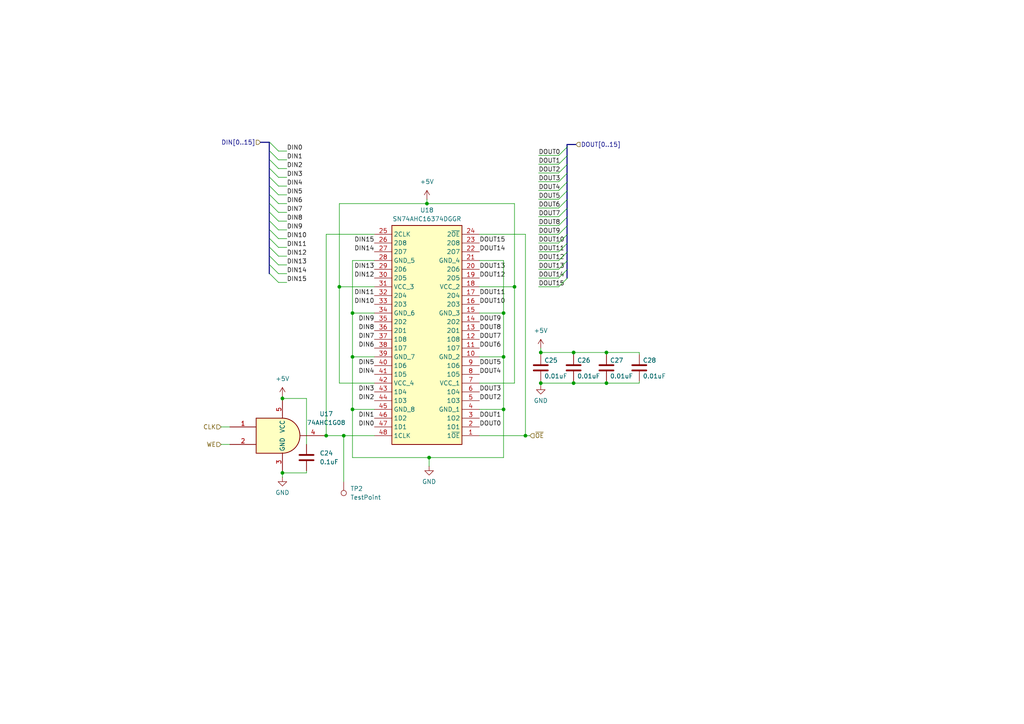
<source format=kicad_sch>
(kicad_sch (version 20231120) (generator "eeschema") (generator_version "8.0")
  (paper "A4")
  (title_block (rev "V1.0"))
  (lib_symbols
    (symbol "74FCT16374CTPVG:74FCT16374CTPVG"
      (property "Reference" "IC" (at 26.67 7.62 0))
      (property "Value" "74FCT16374CTPVG" (at 26.67 5.08 0))
      (symbol "74FCT16374CTPVG_1_1"
        (rectangle (start 5.08 2.54) (end 25.4 -60.96) (stroke (width 0.254)) (fill (type background)))
        (pin passive line (at 0 0 0) (length 5.08) (name "1~{OE}") (number "1"))
        (pin passive line (at 0 -22.86 0) (length 5.08) (name "GND_2") (number "10"))
        (pin passive line (at 0 -25.4 0) (length 5.08) (name "1O7") (number "11"))
        (pin passive line (at 0 -27.94 0) (length 5.08) (name "1O8") (number "12"))
        (pin passive line (at 0 -30.48 0) (length 5.08) (name "2O1") (number "13"))
        (pin passive line (at 0 -33.02 0) (length 5.08) (name "2O2") (number "14"))
        (pin passive line (at 0 -35.56 0) (length 5.08) (name "GND_3") (number "15"))
        (pin passive line (at 0 -38.1 0) (length 5.08) (name "2O3") (number "16"))
        (pin passive line (at 0 -40.64 0) (length 5.08) (name "2O4") (number "17"))
        (pin passive line (at 0 -43.18 0) (length 5.08) (name "VCC_2") (number "18"))
        (pin passive line (at 0 -45.72 0) (length 5.08) (name "2O5") (number "19"))
        (pin passive line (at 0 -2.54 0) (length 5.08) (name "1O1") (number "2"))
        (pin passive line (at 0 -48.26 0) (length 5.08) (name "2O6") (number "20"))
        (pin passive line (at 0 -50.8 0) (length 5.08) (name "GND_4") (number "21"))
        (pin passive line (at 0 -53.34 0) (length 5.08) (name "2O7") (number "22"))
        (pin passive line (at 0 -55.88 0) (length 5.08) (name "2O8") (number "23"))
        (pin passive line (at 0 -58.42 0) (length 5.08) (name "2~{OE}") (number "24"))
        (pin passive line (at 30.48 -58.42 180) (length 5.08) (name "2CLK") (number "25"))
        (pin passive line (at 30.48 -55.88 180) (length 5.08) (name "2D8") (number "26"))
        (pin passive line (at 30.48 -53.34 180) (length 5.08) (name "2D7") (number "27"))
        (pin passive line (at 30.48 -50.8 180) (length 5.08) (name "GND_5") (number "28"))
        (pin passive line (at 30.48 -48.26 180) (length 5.08) (name "2D6") (number "29"))
        (pin passive line (at 0 -5.08 0) (length 5.08) (name "1O2") (number "3"))
        (pin passive line (at 30.48 -45.72 180) (length 5.08) (name "2D5") (number "30"))
        (pin passive line (at 30.48 -43.18 180) (length 5.08) (name "VCC_3") (number "31"))
        (pin passive line (at 30.48 -40.64 180) (length 5.08) (name "2D4") (number "32"))
        (pin passive line (at 30.48 -38.1 180) (length 5.08) (name "2D3") (number "33"))
        (pin passive line (at 30.48 -35.56 180) (length 5.08) (name "GND_6") (number "34"))
        (pin passive line (at 30.48 -33.02 180) (length 5.08) (name "2D2") (number "35"))
        (pin passive line (at 30.48 -30.48 180) (length 5.08) (name "2D1") (number "36"))
        (pin passive line (at 30.48 -27.94 180) (length 5.08) (name "1D8") (number "37"))
        (pin passive line (at 30.48 -25.4 180) (length 5.08) (name "1D7") (number "38"))
        (pin passive line (at 30.48 -22.86 180) (length 5.08) (name "GND_7") (number "39"))
        (pin passive line (at 0 -7.62 0) (length 5.08) (name "GND_1") (number "4"))
        (pin passive line (at 30.48 -20.32 180) (length 5.08) (name "1D6") (number "40"))
        (pin passive line (at 30.48 -17.78 180) (length 5.08) (name "1D5") (number "41"))
        (pin passive line (at 30.48 -15.24 180) (length 5.08) (name "VCC_4") (number "42"))
        (pin passive line (at 30.48 -12.7 180) (length 5.08) (name "1D4") (number "43"))
        (pin passive line (at 30.48 -10.16 180) (length 5.08) (name "1D3") (number "44"))
        (pin passive line (at 30.48 -7.62 180) (length 5.08) (name "GND_8") (number "45"))
        (pin passive line (at 30.48 -5.08 180) (length 5.08) (name "1D2") (number "46"))
        (pin passive line (at 30.48 -2.54 180) (length 5.08) (name "1D1") (number "47"))
        (pin passive line (at 30.48 0 180) (length 5.08) (name "1CLK") (number "48"))
        (pin passive line (at 0 -10.16 0) (length 5.08) (name "1O3") (number "5"))
        (pin passive line (at 0 -12.7 0) (length 5.08) (name "1O4") (number "6"))
        (pin passive line (at 0 -15.24 0) (length 5.08) (name "VCC_1") (number "7"))
        (pin passive line (at 0 -17.78 0) (length 5.08) (name "1O5") (number "8"))
        (pin passive line (at 0 -20.32 0) (length 5.08) (name "1O6") (number "9"))
      )
    )
    (symbol "74xGxx:74AHC1G08"
      (property "Reference" "U" (at -2.54 3.81 0))
      (property "Value" "74AHC1G08" (at 0 -3.81 0))
      (symbol "74AHC1G08_0_1"
        (arc (start 0 -5.08) (mid 5.0579 0) (end 0 5.08) (stroke (width 0.254)) (fill (type background)))
        (polyline (pts (xy 0 -5.08) (xy -7.62 -5.08) (xy -7.62 5.08) (xy 0 5.08)) (stroke (width 0.254)) (fill (type background)))
      )
      (symbol "74AHC1G08_1_1"
        (pin input line (at -15.24 2.54 0) (length 7.62) (name "~") (number "1"))
        (pin input line (at -15.24 -2.54 0) (length 7.62) (name "~") (number "2"))
        (pin power_in line (at 0 -10.16 90) (length 5.08) (name "GND") (number "3"))
        (pin output line (at 12.7 0 180) (length 7.62) (name "~") (number "4"))
        (pin power_in line (at 0 10.16 270) (length 5.08) (name "VCC") (number "5"))
      )
    )
    (symbol "Connector:TestPoint" (pin_numbers hide) (pin_names (offset 0.762) hide)
      (property "Reference" "TP" (at 0 6.858 0))
      (property "Value" "TestPoint" (at 0 5.08 0))
      (symbol "TestPoint_0_1"
        (circle (center 0 3.302) (radius 0.762))
      )
      (symbol "TestPoint_1_1"
        (pin passive line (at 0 0 90) (length 2.54) (name "1") (number "1"))
      )
    )
    (symbol "Device:C" (pin_numbers hide) (pin_names (offset 0.254))
      (property "Reference" "C" (at 0.635 2.54 0))
      (property "Value" "C" (at 0.635 -2.54 0))
      (symbol "C_0_1"
        (polyline (pts (xy -2.032 -0.762) (xy 2.032 -0.762)) (stroke (width 0.508)))
        (polyline (pts (xy -2.032 0.762) (xy 2.032 0.762)) (stroke (width 0.508)))
      )
      (symbol "C_1_1"
        (pin passive line (at 0 3.81 270) (length 2.794) (name "~") (number "1"))
        (pin passive line (at 0 -3.81 90) (length 2.794) (name "~") (number "2"))
      )
    )
    (symbol "power:+5V" (power) (pin_numbers hide) (pin_names (offset 0) hide)
      (property "Value" "+5V" (at 0 3.556 0))
      (symbol "+5V_0_1"
        (polyline (pts (xy -0.762 1.27) (xy 0 2.54)))
        (polyline (pts (xy 0 0) (xy 0 2.54)))
        (polyline (pts (xy 0 2.54) (xy 0.762 1.27)))
      )
      (symbol "+5V_1_1"
        (pin power_in line (at 0 0 90) (length 0) (name "~") (number "1"))
      )
    )
    (symbol "power:GND" (power) (pin_numbers hide) (pin_names (offset 0) hide)
      (property "Value" "GND" (at 0 -3.81 0))
      (symbol "GND_0_1"
        (polyline (pts (xy 0 0) (xy 0 -1.27) (xy 1.27 -1.27) (xy 0 -2.54) (xy -1.27 -1.27) (xy 0 -1.27)))
      )
      (symbol "GND_1_1"
        (pin power_in line (at 0 0 270) (length 0) (name "~") (number "1"))
      )
    )
  )
  (junction (at 175.895 111.125))
  (junction (at 102.235 118.745))
  (junction (at 146.05 103.505))
  (junction (at 102.235 90.805))
  (junction (at 124.46 132.715))
  (junction (at 98.425 83.185))
  (junction (at 81.915 137.16))
  (junction (at 149.225 83.185))
  (junction (at 175.895 102.235))
  (junction (at 123.825 59.055))
  (junction (at 156.845 102.235))
  (junction (at 156.845 111.125))
  (junction (at 166.37 102.235))
  (junction (at 152.4 126.365))
  (junction (at 94.615 126.365))
  (junction (at 81.915 115.57))
  (junction (at 166.37 111.125))
  (junction (at 99.695 126.365))
  (junction (at 102.235 103.505))
  (junction (at 146.05 118.745))
  (junction (at 146.05 90.805))
  (bus_entry (at 164.592 52.705) (size -2.54 2.54))
  (bus_entry (at 164.592 47.625) (size -2.54 2.54))
  (bus_entry (at 164.592 50.165) (size -2.54 2.54))
  (bus_entry (at 78.232 41.275) (size 2.54 2.54))
  (bus_entry (at 78.232 53.975) (size 2.54 2.54))
  (bus_entry (at 164.592 67.945) (size -2.54 2.54))
  (bus_entry (at 164.592 60.325) (size -2.54 2.54))
  (bus_entry (at 164.592 73.025) (size -2.54 2.54))
  (bus_entry (at 78.232 74.295) (size 2.54 2.54))
  (bus_entry (at 78.232 51.435) (size 2.54 2.54))
  (bus_entry (at 164.592 42.545) (size -2.54 2.54))
  (bus_entry (at 78.232 79.375) (size 2.54 2.54))
  (bus_entry (at 164.592 75.565) (size -2.54 2.54))
  (bus_entry (at 78.232 76.835) (size 2.54 2.54))
  (bus_entry (at 78.232 48.895) (size 2.54 2.54))
  (bus_entry (at 164.592 62.865) (size -2.54 2.54))
  (bus_entry (at 164.592 80.645) (size -2.54 2.54))
  (bus_entry (at 78.232 64.135) (size 2.54 2.54))
  (bus_entry (at 78.232 61.595) (size 2.54 2.54))
  (bus_entry (at 78.232 59.055) (size 2.54 2.54))
  (bus_entry (at 164.592 45.085) (size -2.54 2.54))
  (bus_entry (at 78.232 71.755) (size 2.54 2.54))
  (bus_entry (at 78.232 66.675) (size 2.54 2.54))
  (bus_entry (at 164.592 55.245) (size -2.54 2.54))
  (bus_entry (at 164.592 65.405) (size -2.54 2.54))
  (bus_entry (at 78.232 46.355) (size 2.54 2.54))
  (bus_entry (at 164.592 57.785) (size -2.54 2.54))
  (bus_entry (at 164.592 70.485) (size -2.54 2.54))
  (bus_entry (at 164.592 78.105) (size -2.54 2.54))
  (bus_entry (at 78.232 56.515) (size 2.54 2.54))
  (bus_entry (at 78.232 69.215) (size 2.54 2.54))
  (bus_entry (at 78.232 43.815) (size 2.54 2.54))
  (wire (pts (xy 146.05 103.505) (xy 146.05 90.805)))
  (wire (pts (xy 124.46 132.715) (xy 124.46 135.255)))
  (wire (pts (xy 166.37 111.125) (xy 175.895 111.125)))
  (wire (pts (xy 124.46 132.715) (xy 102.235 132.715)))
  (wire (pts (xy 64.135 123.825) (xy 66.675 123.825)))
  (wire (pts (xy 123.825 59.055) (xy 123.825 57.785)))
  (wire (pts (xy 156.21 73.025) (xy 162.052 73.025)))
  (wire (pts (xy 149.225 111.125) (xy 139.065 111.125)))
  (wire (pts (xy 156.21 78.105) (xy 162.052 78.105)))
  (wire (pts (xy 156.21 47.625) (xy 162.052 47.625)))
  (wire (pts (xy 102.235 103.505) (xy 102.235 90.805)))
  (wire (pts (xy 99.695 126.365) (xy 99.695 139.7)))
  (wire (pts (xy 81.915 137.16) (xy 88.9 137.16)))
  (wire (pts (xy 156.845 110.49) (xy 156.845 111.125)))
  (wire (pts (xy 149.225 83.185) (xy 149.225 111.125)))
  (wire (pts (xy 156.21 60.325) (xy 162.052 60.325)))
  (wire (pts (xy 175.895 111.125) (xy 185.42 111.125)))
  (wire (pts (xy 80.772 51.435) (xy 83.185 51.435)))
  (wire (pts (xy 124.46 132.715) (xy 146.05 132.715)))
  (wire (pts (xy 156.21 67.945) (xy 162.052 67.945)))
  (wire (pts (xy 175.895 102.235) (xy 185.42 102.235)))
  (wire (pts (xy 98.425 83.185) (xy 108.585 83.185)))
  (wire (pts (xy 156.845 102.235) (xy 166.37 102.235)))
  (wire (pts (xy 80.772 76.835) (xy 83.185 76.835)))
  (wire (pts (xy 64.135 128.905) (xy 66.675 128.905)))
  (wire (pts (xy 156.21 50.165) (xy 162.052 50.165)))
  (wire (pts (xy 102.235 75.565) (xy 108.585 75.565)))
  (wire (pts (xy 152.4 67.945) (xy 152.4 126.365)))
  (wire (pts (xy 156.21 57.785) (xy 162.052 57.785)))
  (bus (pts (xy 167.005 41.91) (xy 164.465 41.91)))
  (wire (pts (xy 81.915 136.525) (xy 81.915 137.16)))
  (wire (pts (xy 123.825 59.055) (xy 149.225 59.055)))
  (wire (pts (xy 88.9 137.16) (xy 88.9 136.525)))
  (wire (pts (xy 156.845 100.965) (xy 156.845 102.235)))
  (wire (pts (xy 156.21 45.085) (xy 162.052 45.085)))
  (wire (pts (xy 81.915 114.935) (xy 81.915 115.57)))
  (wire (pts (xy 166.37 102.235) (xy 166.37 102.87)))
  (wire (pts (xy 80.772 71.755) (xy 83.185 71.755)))
  (wire (pts (xy 98.425 59.055) (xy 98.425 83.185)))
  (wire (pts (xy 156.21 55.245) (xy 162.052 55.245)))
  (wire (pts (xy 98.425 111.125) (xy 108.585 111.125)))
  (wire (pts (xy 80.772 48.895) (xy 83.185 48.895)))
  (wire (pts (xy 175.895 102.235) (xy 175.895 102.87)))
  (wire (pts (xy 80.772 79.375) (xy 83.185 79.375)))
  (wire (pts (xy 149.225 59.055) (xy 149.225 83.185)))
  (wire (pts (xy 102.235 118.745) (xy 102.235 103.505)))
  (wire (pts (xy 156.845 111.125) (xy 156.845 111.76)))
  (wire (pts (xy 80.772 61.595) (xy 83.185 61.595)))
  (wire (pts (xy 94.615 67.945) (xy 108.585 67.945)))
  (wire (pts (xy 94.615 126.365) (xy 94.615 67.945)))
  (wire (pts (xy 80.772 43.815) (xy 83.185 43.815)))
  (wire (pts (xy 81.915 137.16) (xy 81.915 138.43)))
  (wire (pts (xy 166.37 102.235) (xy 175.895 102.235)))
  (wire (pts (xy 156.21 83.185) (xy 162.052 83.185)))
  (wire (pts (xy 146.05 75.565) (xy 139.065 75.565)))
  (wire (pts (xy 156.21 62.865) (xy 162.052 62.865)))
  (wire (pts (xy 80.772 46.355) (xy 83.185 46.355)))
  (wire (pts (xy 123.825 59.055) (xy 98.425 59.055)))
  (wire (pts (xy 102.235 132.715) (xy 102.235 118.745)))
  (wire (pts (xy 81.915 115.57) (xy 88.9 115.57)))
  (wire (pts (xy 139.065 83.185) (xy 149.225 83.185)))
  (wire (pts (xy 146.05 118.745) (xy 139.065 118.745)))
  (wire (pts (xy 98.425 83.185) (xy 98.425 111.125)))
  (wire (pts (xy 80.772 74.295) (xy 83.185 74.295)))
  (wire (pts (xy 175.895 111.125) (xy 175.895 110.49)))
  (wire (pts (xy 80.772 69.215) (xy 83.185 69.215)))
  (wire (pts (xy 185.42 111.125) (xy 185.42 110.49)))
  (wire (pts (xy 156.21 65.405) (xy 162.052 65.405)))
  (wire (pts (xy 156.21 70.485) (xy 162.052 70.485)))
  (wire (pts (xy 80.772 56.515) (xy 83.185 56.515)))
  (wire (pts (xy 146.05 132.715) (xy 146.05 118.745)))
  (wire (pts (xy 102.235 118.745) (xy 108.585 118.745)))
  (bus (pts (xy 78.105 41.275) (xy 78.105 79.375)))
  (wire (pts (xy 156.845 102.235) (xy 156.845 102.87)))
  (wire (pts (xy 102.235 90.805) (xy 108.585 90.805)))
  (wire (pts (xy 146.05 90.805) (xy 146.05 75.565)))
  (wire (pts (xy 146.05 103.505) (xy 146.05 118.745)))
  (wire (pts (xy 80.772 64.135) (xy 83.185 64.135)))
  (wire (pts (xy 166.37 111.125) (xy 166.37 110.49)))
  (wire (pts (xy 99.695 126.365) (xy 108.585 126.365)))
  (wire (pts (xy 156.21 80.645) (xy 162.052 80.645)))
  (wire (pts (xy 94.615 126.365) (xy 99.695 126.365)))
  (wire (pts (xy 152.4 126.365) (xy 153.67 126.365)))
  (wire (pts (xy 146.05 90.805) (xy 139.065 90.805)))
  (wire (pts (xy 139.065 126.365) (xy 152.4 126.365)))
  (wire (pts (xy 88.9 115.57) (xy 88.9 128.905)))
  (wire (pts (xy 80.772 66.675) (xy 83.185 66.675)))
  (wire (pts (xy 156.21 52.705) (xy 162.052 52.705)))
  (bus (pts (xy 75.565 41.275) (xy 78.105 41.275)))
  (wire (pts (xy 156.845 111.125) (xy 166.37 111.125)))
  (wire (pts (xy 139.065 103.505) (xy 146.05 103.505)))
  (bus (pts (xy 164.465 41.91) (xy 164.465 80.645)))
  (wire (pts (xy 102.235 103.505) (xy 108.585 103.505)))
  (wire (pts (xy 139.065 67.945) (xy 152.4 67.945)))
  (wire (pts (xy 156.21 75.565) (xy 162.052 75.565)))
  (wire (pts (xy 80.772 81.915) (xy 83.185 81.915)))
  (wire (pts (xy 80.772 53.975) (xy 83.185 53.975)))
  (wire (pts (xy 102.235 90.805) (xy 102.235 75.565)))
  (wire (pts (xy 185.42 102.235) (xy 185.42 102.87)))
  (wire (pts (xy 81.915 115.57) (xy 81.915 116.205)))
  (wire (pts (xy 80.772 59.055) (xy 83.185 59.055)))
  (label "DIN1" (at 83.185 46.355 0))
  (label "DIN8" (at 83.185 64.135 0))
  (label "DIN7" (at 108.585 98.425 180))
  (label "DOUT12" (at 156.21 75.565 0))
  (label "DIN2" (at 108.585 116.205 180))
  (label "DIN3" (at 83.185 51.435 0))
  (label "DIN14" (at 83.185 79.375 0))
  (label "DOUT1" (at 156.21 47.625 0))
  (label "DIN12" (at 83.185 74.295 0))
  (label "DIN4" (at 108.585 108.585 180))
  (label "DIN1" (at 108.585 121.285 180))
  (label "DIN0" (at 83.185 43.815 0))
  (label "DIN13" (at 108.585 78.105 180))
  (label "DOUT6" (at 139.065 100.965 0))
  (label "DOUT11" (at 139.065 85.725 0))
  (label "DIN10" (at 83.185 69.215 0))
  (label "DOUT14" (at 139.065 73.025 0))
  (label "DIN11" (at 108.585 85.725 180))
  (label "DOUT0" (at 156.21 45.085 0))
  (label "DOUT15" (at 156.21 83.185 0))
  (label "DIN15" (at 83.185 81.915 0))
  (label "DIN2" (at 83.185 48.895 0))
  (label "DIN0" (at 108.585 123.825 180))
  (label "DOUT6" (at 156.21 60.325 0))
  (label "DOUT3" (at 139.065 113.665 0))
  (label "DIN13" (at 83.185 76.835 0))
  (label "DIN7" (at 83.185 61.595 0))
  (label "DOUT0" (at 139.065 123.825 0))
  (label "DIN8" (at 108.585 95.885 180))
  (label "DIN4" (at 83.185 53.975 0))
  (label "DOUT7" (at 156.21 62.865 0))
  (label "DOUT13" (at 156.21 78.105 0))
  (label "DOUT14" (at 156.21 80.645 0))
  (label "DOUT10" (at 139.065 88.265 0))
  (label "DOUT5" (at 139.065 106.045 0))
  (label "DIN5" (at 83.185 56.515 0))
  (label "DIN10" (at 108.585 88.265 180))
  (label "DIN5" (at 108.585 106.045 180))
  (label "DOUT3" (at 156.21 52.705 0))
  (label "DOUT9" (at 139.065 93.345 0))
  (label "DIN6" (at 108.585 100.965 180))
  (label "DOUT15" (at 139.065 70.485 0))
  (label "DOUT1" (at 139.065 121.285 0))
  (label "DOUT2" (at 156.21 50.165 0))
  (label "DOUT4" (at 156.21 55.245 0))
  (label "DIN14" (at 108.585 73.025 180))
  (label "DOUT10" (at 156.21 70.485 0))
  (label "DIN3" (at 108.585 113.665 180))
  (label "DIN6" (at 83.185 59.055 0))
  (label "DOUT5" (at 156.21 57.785 0))
  (label "DOUT12" (at 139.065 80.645 0))
  (label "DOUT2" (at 139.065 116.205 0))
  (label "DIN9" (at 83.185 66.675 0))
  (label "DOUT8" (at 139.065 95.885 0))
  (label "DOUT11" (at 156.21 73.025 0))
  (label "DOUT13" (at 139.065 78.105 0))
  (label "DOUT8" (at 156.21 65.405 0))
  (label "DIN12" (at 108.585 80.645 180))
  (label "DOUT9" (at 156.21 67.945 0))
  (label "DIN15" (at 108.585 70.485 180))
  (label "DOUT4" (at 139.065 108.585 0))
  (label "DOUT7" (at 139.065 98.425 0))
  (label "DIN9" (at 108.585 93.345 180))
  (label "DIN11" (at 83.185 71.755 0))
  (hierarchical_label "CLK" (shape input) (at 64.135 123.825 180))
  (hierarchical_label "~{OE}" (shape input) (at 153.67 126.365 0))
  (hierarchical_label "WE" (shape input) (at 64.135 128.905 180))
  (hierarchical_label "DOUT[0..15]" (shape input) (at 167.005 41.91 0))
  (hierarchical_label "DIN[0..15]" (shape input) (at 75.565 41.275 180))
  (symbol (lib_id "power:GND") (at 156.845 111.76 0) (unit 1)
    (property "Reference" "#PWR039" (effects (hide yes)))
    (property "Value" "GND" (at 156.845 116.205 0))
    (property "Description" "Power symbol creates a global label with name \"GND\" , ground" (effects (hide yes)))
    (instances (project "ALU" (path "" (reference "#PWR039") (unit 1)) (path "" (reference "#PWR011") (unit 1))))
  )
  (symbol (lib_id "Device:C") (at 175.895 106.68 0) (unit 1)
    (property "Reference" "C27" (at 176.911 104.521 0) (effects (justify left)))
    (property "Value" "0.01uF" (at 176.911 109.093 0) (effects (justify left)))
    (property "Footprint" "Capacitor_SMD:C_0603_1608Metric" (effects (hide yes)))
    (property "Description" "Unpolarized capacitor" (effects (hide yes)))
    (instances (project "ALU" (path "" (reference "C27") (unit 1)) (path "" (reference "C4") (unit 1))))
  )
  (symbol (lib_id "Device:C") (at 156.845 106.68 0) (unit 1)
    (property "Reference" "C25" (at 157.861 104.521 0) (effects (justify left)))
    (property "Value" "0.01uF" (at 157.861 109.093 0) (effects (justify left)))
    (property "Footprint" "Capacitor_SMD:C_0603_1608Metric" (effects (hide yes)))
    (property "Description" "Unpolarized capacitor" (effects (hide yes)))
    (instances (project "ALU" (path "" (reference "C25") (unit 1)) (path "" (reference "C2") (unit 1))))
  )
  (symbol (lib_id "Device:C") (at 88.9 132.715 0) (unit 1)
    (property "Reference" "C24" (at 92.71 131.4449 0) (effects (justify left)))
    (property "Value" "0.1uF" (at 92.71 133.9849 0) (effects (justify left)))
    (property "Footprint" "Capacitor_SMD:C_0603_1608Metric" (effects (hide yes)))
    (property "Description" "Unpolarized capacitor" (effects (hide yes)))
    (instances (project "ALU" (path "" (reference "C24") (unit 1)) (path "" (reference "C1") (unit 1))))
  )
  (symbol (lib_id "power:+5V") (at 123.825 57.785 0) (unit 1)
    (property "Reference" "#PWR036" (effects (hide yes)))
    (property "Value" "+5V" (at 123.825 52.705 0))
    (property "Description" "Power symbol creates a global label with name \"+5V\"" (effects (hide yes)))
    (instances (project "ALU" (path "" (reference "#PWR036") (unit 1)) (path "" (reference "#PWR08") (unit 1))))
  )
  (symbol (lib_id "Device:C") (at 185.42 106.68 0) (unit 1)
    (property "Reference" "C28" (at 186.436 104.521 0) (effects (justify left)))
    (property "Value" "0.01uF" (at 186.436 109.093 0) (effects (justify left)))
    (property "Footprint" "Capacitor_SMD:C_0603_1608Metric" (effects (hide yes)))
    (property "Description" "Unpolarized capacitor" (effects (hide yes)))
    (instances (project "ALU" (path "" (reference "C28") (unit 1)) (path "" (reference "C5") (unit 1))))
  )
  (symbol (lib_id "Connector:TestPoint") (at 99.695 139.7 180) (unit 1)
    (property "Reference" "TP2" (at 101.6 141.7319 0) (effects (justify right)))
    (property "Value" "TestPoint" (at 101.6 144.2719 0) (effects (justify right)))
    (property "Footprint" "TestPoint:TestPoint_Pad_D1.0mm" (effects (hide yes)))
    (property "Description" "test point" (effects (hide yes)))
    (instances (project "" (path "" (reference "TP2") (unit 1)) (path "" (reference "TP1") (unit 1))))
  )
  (symbol (lib_id "74FCT16374CTPVG:74FCT16374CTPVG") (at 139.065 126.365 180) (unit 1)
    (property "Reference" "U18" (at 123.825 60.96 0))
    (property "Value" "SN74AHC16374DGGR" (at 123.825 63.5 0))
    (property "Footprint" "Package_SO:TSSOP-48_6.1x12.5mm_P0.5mm" (effects (hide yes)))
    (property "Datasheet" "https://componentsearchengine.com/Datasheets/1/74FCT16374CTPVG.pdf" (effects (hide yes)))
    (property "Description" "The 74FCT16374T 16-bit high-speed, low-power edge-triggered D-type register is ideal for use as buffer registers for data synchronization and storage and can operate as two 8-bit registers or one 16-bit register with common clock. The 74FCT16374T is ideally suited for driving high-capacitance loads and low-impedance backplanes. The 74FCT16374T operates at -40C to +85C" (effects (hide yes)))
    (property "Height" "2.794" (effects (hide yes)))
    (property "Mouser Part Number" "972-74FCT16374CTPVG" (effects (hide yes)))
    (property "Mouser Price/Stock" "https://www.mouser.com/Search/Refine.aspx?Keyword=972-74FCT16374CTPVG" (effects (hide yes)))
    (property "Manufacturer_Name" "Renesas Electronics" (effects (hide yes)))
    (property "Manufacturer_Part_Number" "74FCT16374CTPVG" (effects (hide yes)))
    (instances (project "ALU" (path "" (reference "U18") (unit 1)) (path "" (reference "U2") (unit 1))))
  )
  (symbol (lib_id "Device:C") (at 166.37 106.68 0) (unit 1)
    (property "Reference" "C26" (at 167.386 104.521 0) (effects (justify left)))
    (property "Value" "0.01uF" (at 167.386 109.093 0) (effects (justify left)))
    (property "Footprint" "Capacitor_SMD:C_0603_1608Metric" (effects (hide yes)))
    (property "Description" "Unpolarized capacitor" (effects (hide yes)))
    (instances (project "ALU" (path "" (reference "C26") (unit 1)) (path "" (reference "C3") (unit 1))))
  )
  (symbol (lib_id "power:+5V") (at 81.915 114.935 0) (unit 1)
    (property "Reference" "#PWR034" (effects (hide yes)))
    (property "Value" "+5V" (at 81.915 109.855 0))
    (property "Description" "Power symbol creates a global label with name \"+5V\"" (effects (hide yes)))
    (instances (project "ALU" (path "" (reference "#PWR034") (unit 1)) (path "" (reference "#PWR06") (unit 1))))
  )
  (symbol (lib_id "power:GND") (at 81.915 138.43 0) (unit 1)
    (property "Reference" "#PWR035" (effects (hide yes)))
    (property "Value" "GND" (at 81.915 142.875 0))
    (property "Description" "Power symbol creates a global label with name \"GND\" , ground" (effects (hide yes)))
    (instances (project "ALU" (path "" (reference "#PWR035") (unit 1)) (path "" (reference "#PWR07") (unit 1))))
  )
  (symbol (lib_id "power:GND") (at 124.46 135.255 0) (unit 1)
    (property "Reference" "#PWR037" (effects (hide yes)))
    (property "Value" "GND" (at 124.46 139.7 0))
    (property "Description" "Power symbol creates a global label with name \"GND\" , ground" (effects (hide yes)))
    (instances (project "ALU" (path "" (reference "#PWR037") (unit 1)) (path "" (reference "#PWR09") (unit 1))))
  )
  (symbol (lib_id "74xGxx:74AHC1G08") (at 81.915 126.365 0) (unit 1)
    (property "Reference" "U17" (at 94.615 120.0464 0))
    (property "Value" "74AHC1G08" (at 94.615 122.5864 0))
    (property "Footprint" "Package_TO_SOT_SMD:SOT-353_SC-70-5" (effects (hide yes)))
    (property "Datasheet" "http://www.ti.com/lit/sg/scyt129e/scyt129e.pdf" (effects (hide yes)))
    (property "Description" "Single AND Gate, Low-Voltage CMOS" (effects (hide yes)))
    (instances (project "ALU" (path "" (reference "U17") (unit 1)) (path "" (reference "U1") (unit 1))))
  )
  (symbol (lib_id "power:+5V") (at 156.845 100.965 0) (unit 1)
    (property "Reference" "#PWR038" (effects (hide yes)))
    (property "Value" "+5V" (at 156.845 95.885 0))
    (property "Description" "Power symbol creates a global label with name \"+5V\"" (effects (hide yes)))
    (instances (project "ALU" (path "" (reference "#PWR038") (unit 1)) (path "" (reference "#PWR010") (unit 1))))
  )
)
</source>
